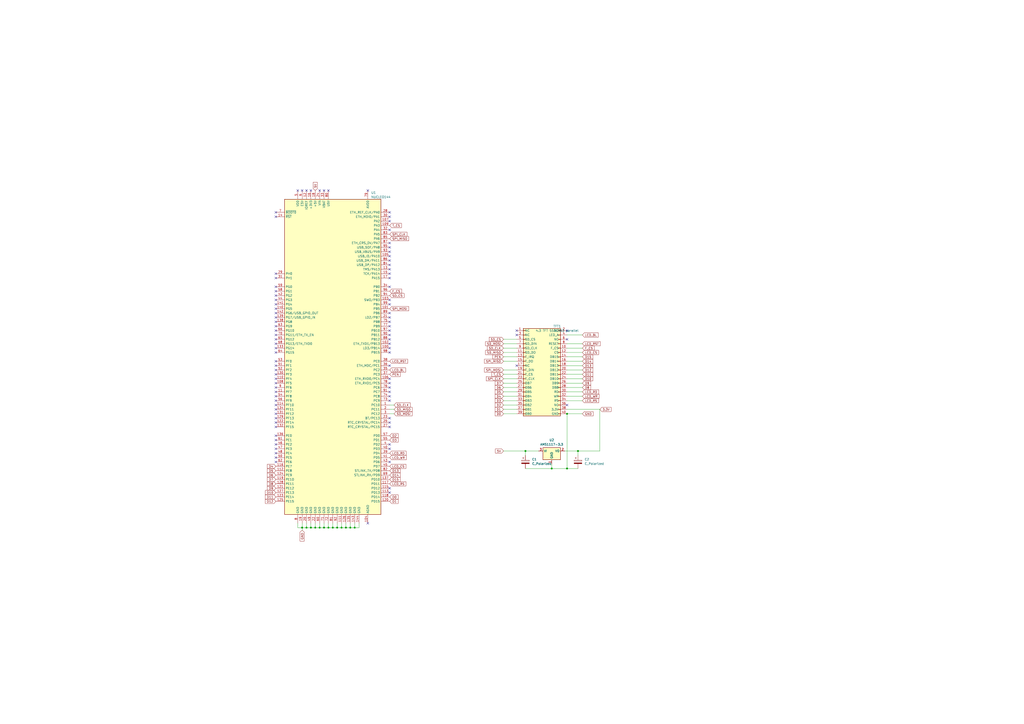
<source format=kicad_sch>
(kicad_sch (version 20230121) (generator eeschema)
  (paper "A2")
  (lib_symbols
    (symbol "Device:C_Polarized" (pin_numbers hide) (pin_names (offset 0.254))
      (property "Reference" "C" (at 0.635 2.54 0))
      (property "Value" "C_Polarized" (at 0.635 -2.54 0))
      (symbol "C_Polarized_0_1"
        (rectangle (start -2.286 0.508) (end 2.286 1.016))
        (polyline (pts (xy -1.778 2.286) (xy -0.762 2.286)))
        (polyline (pts (xy -1.27 2.794) (xy -1.27 1.778)))
        (rectangle (start 2.286 -0.508) (end -2.286 -1.016) (fill (type outline)))
      )
      (symbol "C_Polarized_1_1"
        (pin passive line (at 0 3.81 270) (length 2.794) (name "~") (number "1"))
        (pin passive line (at 0 -3.81 90) (length 2.794) (name "~") (number "2"))
      )
    )
    (symbol "Regulator_Linear:AMS1117-3.3"
      (property "Reference" "U" (at -3.81 3.175 0))
      (property "Value" "AMS1117-3.3" (at 0 3.175 0))
      (symbol "AMS1117-3.3_0_1"
        (rectangle (start -5.08 -5.08) (end 5.08 1.905) (stroke (width 0.254)) (fill (type background)))
      )
      (symbol "AMS1117-3.3_1_1"
        (pin power_in line (at 0 -7.62 90) (length 2.54) (name "GND") (number "1"))
        (pin power_out line (at 7.62 0 180) (length 2.54) (name "VO") (number "2"))
        (pin power_in line (at -7.62 0 0) (length 2.54) (name "VI") (number "3"))
      )
    )
    (symbol "zombie_display:4.3_TFT_SDD1963" (pin_names (offset 1.016))
      (property "Reference" "TFT" (at 0 25.4 0))
      (property "Value" "4.3 TFT SSD1963 parallel" (at 0 -27.94 0))
      (symbol "4.3_TFT_SDD1963_1_1"
        (rectangle (start -10.1854 24.1046) (end 11.43 -26.67) (stroke (width 0.254)) (fill (type background)))
        (rectangle (start -10.16 -25.273) (end -8.89 -25.527) (stroke (width 0.1524)))
        (rectangle (start -10.16 -22.733) (end -8.89 -22.987) (stroke (width 0.1524)))
        (rectangle (start -10.16 -20.193) (end -8.89 -20.447) (stroke (width 0.1524)))
        (rectangle (start -10.16 -17.653) (end -8.89 -17.907) (stroke (width 0.1524)))
        (rectangle (start -10.16 -15.113) (end -8.89 -15.367) (stroke (width 0.1524)))
        (rectangle (start -10.16 -12.573) (end -8.89 -12.827) (stroke (width 0.1524)))
        (rectangle (start -10.16 -10.033) (end -8.89 -10.287) (stroke (width 0.1524)))
        (rectangle (start -10.16 -7.493) (end -8.89 -7.747) (stroke (width 0.1524)))
        (rectangle (start -10.16 -4.953) (end -8.89 -5.207) (stroke (width 0.1524)))
        (rectangle (start -10.16 -2.413) (end -8.89 -2.667) (stroke (width 0.1524)))
        (rectangle (start -10.16 0.127) (end -8.89 -0.127) (stroke (width 0.1524)))
        (rectangle (start -10.16 2.667) (end -8.89 2.413) (stroke (width 0.1524)))
        (rectangle (start -10.16 5.207) (end -8.89 4.953) (stroke (width 0.1524)))
        (rectangle (start -10.16 7.747) (end -8.89 7.493) (stroke (width 0.1524)))
        (rectangle (start -10.16 10.287) (end -8.89 10.033) (stroke (width 0.1524)))
        (rectangle (start -10.16 12.827) (end -8.89 12.573) (stroke (width 0.1524)))
        (rectangle (start -10.16 15.367) (end -8.89 15.113) (stroke (width 0.1524)))
        (rectangle (start -10.16 17.907) (end -8.89 17.653) (stroke (width 0.1524)))
        (rectangle (start -10.16 20.447) (end -8.89 20.193) (stroke (width 0.1524)))
        (rectangle (start -10.16 22.987) (end -8.89 22.733) (stroke (width 0.1524)))
        (rectangle (start 10.033 -20.193) (end 11.303 -20.447) (stroke (width 0.1524)))
        (rectangle (start 10.0838 -17.653) (end 11.3538 -17.907) (stroke (width 0.1524)))
        (rectangle (start 10.0838 -4.953) (end 11.3538 -5.207) (stroke (width 0.1524)))
        (rectangle (start 10.16 -25.273) (end 11.43 -25.527) (stroke (width 0.1524)))
        (rectangle (start 10.16 -22.733) (end 11.43 -22.987) (stroke (width 0.1524)))
        (rectangle (start 11.3538 -15.113) (end 10.0838 -15.367) (stroke (width 0.1524)))
        (rectangle (start 11.3538 -12.573) (end 10.0838 -12.827) (stroke (width 0.1524)))
        (rectangle (start 11.3538 -10.033) (end 10.0838 -10.287) (stroke (width 0.1524)))
        (rectangle (start 11.3538 -7.493) (end 10.0838 -7.747) (stroke (width 0.1524)))
        (rectangle (start 11.3538 -2.413) (end 10.0838 -2.667) (stroke (width 0.1524)))
        (rectangle (start 11.3538 0.127) (end 10.0838 -0.127) (stroke (width 0.1524)))
        (rectangle (start 11.3538 2.667) (end 10.0838 2.413) (stroke (width 0.1524)))
        (rectangle (start 11.3538 5.207) (end 10.0838 4.953) (stroke (width 0.1524)))
        (rectangle (start 11.3538 7.747) (end 10.0838 7.493) (stroke (width 0.1524)))
        (rectangle (start 11.3538 10.287) (end 10.0838 10.033) (stroke (width 0.1524)))
        (rectangle (start 11.3538 12.827) (end 10.0838 12.573) (stroke (width 0.1524)))
        (rectangle (start 11.3538 15.367) (end 10.0838 15.113) (stroke (width 0.1524)))
        (rectangle (start 11.3538 17.907) (end 10.0838 17.653) (stroke (width 0.1524)))
        (rectangle (start 11.3538 20.447) (end 10.0838 20.193) (stroke (width 0.1524)))
        (rectangle (start 11.3538 22.987) (end 10.0838 22.733) (stroke (width 0.1524)))
        (pin passive line (at -13.97 22.86 0) (length 3.81) (name "NC") (number "1"))
        (pin passive line (at 15.24 12.7 180) (length 3.81) (name "F_CS") (number "10"))
        (pin passive line (at -13.97 10.16 0) (length 3.81) (name "SD_DO") (number "11"))
        (pin passive line (at 15.24 10.16 180) (length 3.81) (name "CS") (number "12"))
        (pin passive line (at -13.97 7.62 0) (length 3.81) (name "T_IRQ") (number "13"))
        (pin passive line (at 15.24 7.62 180) (length 3.81) (name "DB15") (number "14"))
        (pin passive line (at -13.97 5.08 0) (length 3.81) (name "T_DO") (number "15"))
        (pin passive line (at 15.24 5.08 180) (length 3.81) (name "DB14") (number "16"))
        (pin passive line (at -13.97 2.54 0) (length 3.81) (name "NC") (number "17"))
        (pin passive line (at 15.24 2.54 180) (length 3.81) (name "DB13") (number "18"))
        (pin passive line (at -13.97 0 0) (length 3.81) (name "T_DIN") (number "19"))
        (pin passive line (at 15.24 22.86 180) (length 3.81) (name "NC") (number "2"))
        (pin passive line (at 15.24 0 180) (length 3.81) (name "DB12") (number "20"))
        (pin passive line (at -13.97 -2.54 0) (length 3.81) (name "T_CS") (number "21"))
        (pin passive line (at 15.24 -2.54 180) (length 3.81) (name "DB11") (number "22"))
        (pin passive line (at -13.97 -5.08 0) (length 3.81) (name "T_CLK") (number "23"))
        (pin passive line (at 15.24 -5.08 180) (length 3.81) (name "DB10") (number "24"))
        (pin passive line (at -13.97 -7.62 0) (length 3.81) (name "DB7") (number "25"))
        (pin passive line (at 15.24 -7.62 180) (length 3.81) (name "DB9") (number "26"))
        (pin passive line (at -13.97 -10.16 0) (length 3.81) (name "DB6") (number "27"))
        (pin passive line (at 15.24 -10.16 180) (length 3.81) (name "DB8") (number "28"))
        (pin passive line (at -13.97 -12.7 0) (length 3.81) (name "DB5") (number "29"))
        (pin passive line (at -13.97 20.32 0) (length 3.81) (name "NC") (number "3"))
        (pin passive line (at 15.24 -12.7 180) (length 3.81) (name "RD") (number "30"))
        (pin passive line (at -13.97 -15.24 0) (length 3.81) (name "DB4") (number "31"))
        (pin passive line (at 15.24 -15.24 180) (length 3.81) (name "WR") (number "32"))
        (pin passive line (at -13.97 -17.78 0) (length 3.81) (name "DB3") (number "33"))
        (pin passive line (at 15.24 -17.78 180) (length 3.81) (name "RS") (number "34"))
        (pin passive line (at -13.97 -20.32 0) (length 3.81) (name "DB2") (number "35"))
        (pin passive line (at 15.24 -20.32 180) (length 3.81) (name "NC") (number "36"))
        (pin passive line (at -13.97 -22.86 0) (length 3.81) (name "DB1") (number "37"))
        (pin passive line (at 15.24 -22.86 180) (length 3.81) (name "3.3V") (number "38"))
        (pin passive line (at -13.97 -25.4 0) (length 3.81) (name "DB0") (number "39"))
        (pin passive line (at 15.24 20.32 180) (length 3.81) (name "LED_A") (number "4"))
        (pin passive line (at 15.24 -25.4 180) (length 3.81) (name "GND") (number "40"))
        (pin passive line (at -13.97 17.78 0) (length 3.81) (name "SD_CS") (number "5"))
        (pin passive line (at 15.24 17.78 180) (length 3.81) (name "NC") (number "6"))
        (pin passive line (at -13.97 15.24 0) (length 3.81) (name "SD_DIN") (number "7"))
        (pin passive line (at 15.24 15.24 180) (length 3.81) (name "RESET") (number "8"))
        (pin passive line (at -13.97 12.7 0) (length 3.81) (name "SD_CLK") (number "9"))
      )
    )
    (symbol "zombie_nucleo:NUCLEO144-Short"
      (property "Reference" "U" (at -22.86 94.615 0))
      (property "Value" "NUCLEO144" (at -22.86 92.71 0))
      (symbol "NUCLEO144-Short_0_1"
        (rectangle (start -27.94 91.44) (end 27.94 -91.44) (stroke (width 0.254)) (fill (type background)))
      )
      (symbol "NUCLEO144-Short_1_1"
        (pin bidirectional line (at 33.02 -27.94 180) (length 5.08) (name "PC10") (number "1"))
        (pin no_connect line (at -27.94 55.88 0) (length 5.08) hide (name "NC") (number "10"))
        (pin bidirectional line (at 33.02 5.08 180) (length 5.08) (name "LD3/PB14") (number "100"))
        (pin bidirectional line (at 33.02 27.94 180) (length 5.08) (name "PB5") (number "101"))
        (pin bidirectional line (at 33.02 7.62 180) (length 5.08) (name "ETH_TXD1/PB13") (number "102"))
        (pin bidirectional line (at 33.02 33.02 180) (length 5.08) (name "SWO/PB3") (number "103"))
        (pin power_in line (at 20.32 -96.52 90) (length 5.08) (name "AGND") (number "104"))
        (pin bidirectional line (at 33.02 58.42 180) (length 5.08) (name "USB_ID/PA10") (number "105"))
        (pin bidirectional line (at 33.02 -12.7 180) (length 5.08) (name "ETH_RXD0/PC4") (number "106"))
        (pin bidirectional line (at 33.02 78.74 180) (length 5.08) (name "PA2") (number "107"))
        (pin bidirectional line (at -33.02 -15.24 0) (length 5.08) (name "PF5") (number "108"))
        (pin bidirectional line (at 33.02 76.2 180) (length 5.08) (name "PA3") (number "109"))
        (pin bidirectional line (at -33.02 -20.32 0) (length 5.08) (name "PF7") (number "11"))
        (pin bidirectional line (at -33.02 -12.7 0) (length 5.08) (name "PF4") (number "110"))
        (pin power_in line (at 5.08 -96.52 90) (length 5.08) (name "GND") (number "111"))
        (pin bidirectional line (at -33.02 -66.04 0) (length 5.08) (name "PE8") (number "112"))
        (pin bidirectional line (at 33.02 -78.74 180) (length 5.08) (name "PD13") (number "113"))
        (pin bidirectional line (at -33.02 -27.94 0) (length 5.08) (name "PF10") (number "114"))
        (pin bidirectional line (at 33.02 -76.2 180) (length 5.08) (name "PD12") (number "115"))
        (pin bidirectional line (at -33.02 -63.5 0) (length 5.08) (name "PE7") (number "116"))
        (pin bidirectional line (at 33.02 -73.66 180) (length 5.08) (name "PD11") (number "117"))
        (pin bidirectional line (at 33.02 -81.28 180) (length 5.08) (name "PD14") (number "118"))
        (pin bidirectional line (at -33.02 -71.12 0) (length 5.08) (name "PE10") (number "119"))
        (pin power_in line (at -15.24 96.52 270) (length 5.08) (name "IOREF") (number "12"))
        (pin bidirectional line (at 33.02 -83.82 180) (length 5.08) (name "PD15") (number "120"))
        (pin bidirectional line (at -33.02 -76.2 0) (length 5.08) (name "PE12") (number "121"))
        (pin bidirectional line (at -33.02 -38.1 0) (length 5.08) (name "PF14") (number "122"))
        (pin bidirectional line (at -33.02 -81.28 0) (length 5.08) (name "PE14") (number "123"))
        (pin bidirectional line (at -33.02 -68.58 0) (length 5.08) (name "PE9") (number "124"))
        (pin bidirectional line (at -33.02 -83.82 0) (length 5.08) (name "PE15") (number "125"))
        (pin power_in line (at 7.62 -96.52 90) (length 5.08) (name "GND") (number "126"))
        (pin bidirectional line (at -33.02 -78.74 0) (length 5.08) (name "PE13") (number "127"))
        (pin bidirectional line (at -33.02 -73.66 0) (length 5.08) (name "PE11") (number "128"))
        (pin bidirectional line (at -33.02 -35.56 0) (length 5.08) (name "PF13") (number "129"))
        (pin bidirectional line (at 33.02 50.8 180) (length 5.08) (name "TMS/PA13") (number "13"))
        (pin bidirectional line (at -33.02 -10.16 0) (length 5.08) (name "PF3") (number "130"))
        (pin bidirectional line (at -33.02 -33.02 0) (length 5.08) (name "PF12") (number "131"))
        (pin bidirectional line (at -33.02 -40.64 0) (length 5.08) (name "PF15") (number "132"))
        (pin bidirectional line (at -33.02 5.08 0) (length 5.08) (name "PG14") (number "133"))
        (pin bidirectional line (at -33.02 -30.48 0) (length 5.08) (name "PF11") (number "134"))
        (pin power_in line (at 10.16 -96.52 90) (length 5.08) (name "GND") (number "135"))
        (pin bidirectional line (at -33.02 -45.72 0) (length 5.08) (name "PE0") (number "136"))
        (pin bidirectional line (at 33.02 -71.12 180) (length 5.08) (name "PD10") (number "137"))
        (pin bidirectional line (at -33.02 20.32 0) (length 5.08) (name "PG8") (number "138"))
        (pin bidirectional line (at -33.02 22.86 0) (length 5.08) (name "PG7/USB_GPIO_IN") (number "139"))
        (pin input line (at -33.02 81.28 0) (length 5.08) (name "~{RST}") (number "14"))
        (pin bidirectional line (at -33.02 27.94 0) (length 5.08) (name "PG5") (number "140"))
        (pin bidirectional line (at -33.02 30.48 0) (length 5.08) (name "PG4") (number "141"))
        (pin bidirectional line (at -33.02 25.4 0) (length 5.08) (name "PG6/USB_GPIO_OUT") (number "142"))
        (pin power_in line (at 12.7 -96.52 90) (length 5.08) (name "GND") (number "143"))
        (pin power_in line (at 15.24 -96.52 90) (length 5.08) (name "GND") (number "144"))
        (pin bidirectional line (at 33.02 48.26 180) (length 5.08) (name "TCK/PA14") (number "15"))
        (pin power_in line (at -12.7 96.52 270) (length 5.08) (name "+3V3") (number "16"))
        (pin bidirectional line (at 33.02 45.72 180) (length 5.08) (name "PA15") (number "17"))
        (pin power_in line (at -10.16 96.52 270) (length 5.08) (name "+5V") (number "18"))
        (pin power_in line (at -17.78 -96.52 90) (length 5.08) (name "GND") (number "19"))
        (pin bidirectional line (at 33.02 -30.48 180) (length 5.08) (name "PC11") (number "2"))
        (pin power_in line (at -15.24 -96.52 90) (length 5.08) (name "GND") (number "20"))
        (pin bidirectional line (at 33.02 22.86 180) (length 5.08) (name "LD2/PB7") (number "21"))
        (pin power_in line (at -10.16 -96.52 90) (length 5.08) (name "GND") (number "22"))
        (pin bidirectional line (at 33.02 -35.56 180) (length 5.08) (name "BT/PC13") (number "23"))
        (pin power_in line (at -7.62 96.52 270) (length 5.08) (name "VIN") (number "24"))
        (pin bidirectional line (at 33.02 -38.1 180) (length 5.08) (name "RTC_CRYSTAL/PC14") (number "25"))
        (pin no_connect line (at -27.94 58.42 0) (length 5.08) hide (name "NC") (number "26"))
        (pin bidirectional line (at 33.02 -40.64 180) (length 5.08) (name "RTC_CRYSTAL/PC15") (number "27"))
        (pin bidirectional line (at 33.02 83.82 180) (length 5.08) (name "ETH_REF_CLK/PA0") (number "28"))
        (pin bidirectional line (at -33.02 48.26 0) (length 5.08) (name "PH0") (number "29"))
        (pin bidirectional line (at 33.02 -33.02 180) (length 5.08) (name "PC12") (number "3"))
        (pin bidirectional line (at 33.02 81.28 180) (length 5.08) (name "ETH_MDIO/PA1") (number "30"))
        (pin bidirectional line (at -33.02 45.72 0) (length 5.08) (name "PH1") (number "31"))
        (pin bidirectional line (at 33.02 73.66 180) (length 5.08) (name "PA4") (number "32"))
        (pin power_in line (at -5.08 96.52 270) (length 5.08) (name "VBAT") (number "33"))
        (pin bidirectional line (at 33.02 40.64 180) (length 5.08) (name "PB0") (number "34"))
        (pin bidirectional line (at 33.02 -7.62 180) (length 5.08) (name "PC2") (number "35"))
        (pin bidirectional line (at 33.02 -5.08 180) (length 5.08) (name "ETH_MDC/PC1") (number "36"))
        (pin bidirectional line (at 33.02 -10.16 180) (length 5.08) (name "PC3") (number "37"))
        (pin bidirectional line (at 33.02 -2.54 180) (length 5.08) (name "PC0") (number "38"))
        (pin bidirectional line (at 33.02 -55.88 180) (length 5.08) (name "PD4") (number "39"))
        (pin bidirectional line (at 33.02 -50.8 180) (length 5.08) (name "PD2") (number "4"))
        (pin bidirectional line (at 33.02 -53.34 180) (length 5.08) (name "PD3") (number "40"))
        (pin bidirectional line (at 33.02 -58.42 180) (length 5.08) (name "PD5") (number "41"))
        (pin bidirectional line (at -33.02 35.56 0) (length 5.08) (name "PG2") (number "42"))
        (pin bidirectional line (at 33.02 -60.96 180) (length 5.08) (name "PD6") (number "43"))
        (pin bidirectional line (at -33.02 33.02 0) (length 5.08) (name "PG3") (number "44"))
        (pin bidirectional line (at 33.02 -63.5 180) (length 5.08) (name "PD7") (number "45"))
        (pin bidirectional line (at -33.02 -50.8 0) (length 5.08) (name "PE2") (number "46"))
        (pin bidirectional line (at -33.02 -53.34 0) (length 5.08) (name "PE3") (number "47"))
        (pin bidirectional line (at -33.02 -55.88 0) (length 5.08) (name "PE4") (number "48"))
        (pin power_in line (at -12.7 -96.52 90) (length 5.08) (name "GND") (number "49"))
        (pin power_in line (at -20.32 96.52 270) (length 5.08) (name "VDD") (number "5"))
        (pin bidirectional line (at -33.02 -58.42 0) (length 5.08) (name "PE5") (number "50"))
        (pin bidirectional line (at -33.02 -5.08 0) (length 5.08) (name "PF1") (number "51"))
        (pin bidirectional line (at -33.02 -7.62 0) (length 5.08) (name "PF2") (number "52"))
        (pin bidirectional line (at -33.02 -2.54 0) (length 5.08) (name "PF0") (number "53"))
        (pin bidirectional line (at -33.02 -22.86 0) (length 5.08) (name "PF8") (number "54"))
        (pin bidirectional line (at 33.02 -48.26 180) (length 5.08) (name "PD1") (number "55"))
        (pin bidirectional line (at -33.02 -25.4 0) (length 5.08) (name "PF9") (number "56"))
        (pin bidirectional line (at 33.02 -45.72 180) (length 5.08) (name "PD0") (number "57"))
        (pin bidirectional line (at -33.02 38.1 0) (length 5.08) (name "PG1") (number "58"))
        (pin bidirectional line (at -33.02 40.64 0) (length 5.08) (name "PG0") (number "59"))
        (pin power_in line (at -17.78 96.52 270) (length 5.08) (name "E5V") (number "6"))
        (pin power_in line (at -7.62 -96.52 90) (length 5.08) (name "GND") (number "60"))
        (pin bidirectional line (at -33.02 -48.26 0) (length 5.08) (name "PE1") (number "61"))
        (pin bidirectional line (at -33.02 -60.96 0) (length 5.08) (name "PE6") (number "62"))
        (pin bidirectional line (at -33.02 17.78 0) (length 5.08) (name "PG9") (number "63"))
        (pin bidirectional line (at -33.02 2.54 0) (length 5.08) (name "PG15") (number "64"))
        (pin bidirectional line (at -33.02 10.16 0) (length 5.08) (name "PG12") (number "65"))
        (pin bidirectional line (at -33.02 15.24 0) (length 5.08) (name "PG10") (number "66"))
        (pin no_connect line (at -27.94 53.34 0) (length 5.08) hide (name "NC") (number "67"))
        (pin bidirectional line (at -33.02 7.62 0) (length 5.08) (name "PG13/ETH_TXD0") (number "68"))
        (pin bidirectional line (at 33.02 -68.58 180) (length 5.08) (name "STLINK_RX/PD9") (number "69"))
        (pin input line (at -33.02 83.82 0) (length 5.08) (name "~{BOOT0}") (number "7"))
        (pin bidirectional line (at -33.02 12.7 0) (length 5.08) (name "PG11/ETH_TX_EN") (number "70"))
        (pin power_in line (at -5.08 -96.52 90) (length 5.08) (name "GND") (number "71"))
        (pin power_in line (at -2.54 -96.52 90) (length 5.08) (name "GND") (number "72"))
        (pin bidirectional line (at 33.02 -25.4 180) (length 5.08) (name "PC9") (number "73"))
        (pin bidirectional line (at 33.02 -22.86 180) (length 5.08) (name "PC8") (number "74"))
        (pin bidirectional line (at 33.02 20.32 180) (length 5.08) (name "PB8") (number "75"))
        (pin bidirectional line (at 33.02 -17.78 180) (length 5.08) (name "PC6") (number "76"))
        (pin bidirectional line (at 33.02 17.78 180) (length 5.08) (name "PB9") (number "77"))
        (pin bidirectional line (at 33.02 -15.24 180) (length 5.08) (name "ETH_RXD1/PC5") (number "78"))
        (pin power_in line (at 20.32 96.52 270) (length 5.08) (name "AVDD") (number "79"))
        (pin power_in line (at -20.32 -96.52 90) (length 5.08) (name "GND") (number "8"))
        (pin power_in line (at -2.54 96.52 270) (length 5.08) (name "U5V") (number "80"))
        (pin power_in line (at 0 -96.52 90) (length 5.08) (name "GND") (number "81"))
        (pin bidirectional line (at 33.02 -66.04 180) (length 5.08) (name "STLINK_TX/PD8") (number "82"))
        (pin bidirectional line (at 33.02 71.12 180) (length 5.08) (name "PA5") (number "83"))
        (pin bidirectional line (at 33.02 53.34 180) (length 5.08) (name "USB_DP/PA12") (number "84"))
        (pin bidirectional line (at 33.02 68.58 180) (length 5.08) (name "PA6") (number "85"))
        (pin bidirectional line (at 33.02 55.88 180) (length 5.08) (name "USB_DM/PA11") (number "86"))
        (pin bidirectional line (at 33.02 66.04 180) (length 5.08) (name "ETH_CRS_DV/PA7") (number "87"))
        (pin bidirectional line (at 33.02 10.16 180) (length 5.08) (name "PB12") (number "88"))
        (pin bidirectional line (at 33.02 25.4 180) (length 5.08) (name "PB6") (number "89"))
        (pin bidirectional line (at -33.02 -17.78 0) (length 5.08) (name "PF6") (number "9"))
        (pin bidirectional line (at 33.02 12.7 180) (length 5.08) (name "PB11") (number "90"))
        (pin bidirectional line (at 33.02 -20.32 180) (length 5.08) (name "PC7") (number "91"))
        (pin power_in line (at 2.54 -96.52 90) (length 5.08) (name "GND") (number "92"))
        (pin bidirectional line (at 33.02 60.96 180) (length 5.08) (name "USB_VBUS/PA9") (number "93"))
        (pin bidirectional line (at 33.02 35.56 180) (length 5.08) (name "PB2") (number "94"))
        (pin bidirectional line (at 33.02 63.5 180) (length 5.08) (name "USB_SOF/PA8") (number "95"))
        (pin bidirectional line (at 33.02 38.1 180) (length 5.08) (name "PB1") (number "96"))
        (pin bidirectional line (at 33.02 15.24 180) (length 5.08) (name "PB10") (number "97"))
        (pin bidirectional line (at 33.02 2.54 180) (length 5.08) (name "PB15") (number "98"))
        (pin bidirectional line (at 33.02 30.48 180) (length 5.08) (name "PB4") (number "99"))
      )
    )
  )
  (junction (at 195.58 306.07))
  (junction (at 190.5 306.07))
  (junction (at 203.2 306.07))
  (junction (at 304.8 261.62))
  (junction (at 193.04 306.07))
  (junction (at 180.34 306.07))
  (junction (at 185.42 306.07))
  (junction (at 175.26 306.07))
  (junction (at 198.12 306.07))
  (junction (at 177.8 306.07))
  (junction (at 187.96 306.07))
  (junction (at 335.28 261.62))
  (junction (at 328.93 240.03))
  (junction (at 320.04 271.78))
  (junction (at 328.93 271.78))
  (junction (at 200.66 306.07))
  (junction (at 205.74 306.07))
  (junction (at 182.88 306.07))
  (no_connect (at 180.34 110.49))
  (no_connect (at 226.06 199.39))
  (no_connect (at 226.06 224.79))
  (no_connect (at 226.06 148.59))
  (no_connect (at 328.93 191.77))
  (no_connect (at 160.02 237.49))
  (no_connect (at 226.06 166.37))
  (no_connect (at 160.02 267.97))
  (no_connect (at 226.06 158.75))
  (no_connect (at 160.02 123.19))
  (no_connect (at 172.72 110.49))
  (no_connect (at 226.06 143.51))
  (no_connect (at 160.02 229.87))
  (no_connect (at 226.06 201.93))
  (no_connect (at 160.02 234.95))
  (no_connect (at 160.02 255.27))
  (no_connect (at 160.02 252.73))
  (no_connect (at 226.06 257.81))
  (no_connect (at 213.36 110.49))
  (no_connect (at 226.06 212.09))
  (no_connect (at 160.02 240.03))
  (no_connect (at 190.5 110.49))
  (no_connect (at 226.06 222.25))
  (no_connect (at 160.02 173.99))
  (no_connect (at 160.02 176.53))
  (no_connect (at 328.93 234.95))
  (no_connect (at 160.02 171.45))
  (no_connect (at 226.06 133.35))
  (no_connect (at 160.02 242.57))
  (no_connect (at 299.72 212.09))
  (no_connect (at 226.06 191.77))
  (no_connect (at 160.02 209.55))
  (no_connect (at 160.02 227.33))
  (no_connect (at 226.06 204.47))
  (no_connect (at 226.06 125.73))
  (no_connect (at 160.02 224.79))
  (no_connect (at 226.06 219.71))
  (no_connect (at 226.06 242.57))
  (no_connect (at 160.02 189.23))
  (no_connect (at 226.06 227.33))
  (no_connect (at 226.06 196.85))
  (no_connect (at 160.02 219.71))
  (no_connect (at 160.02 262.89))
  (no_connect (at 226.06 151.13))
  (no_connect (at 160.02 191.77))
  (no_connect (at 226.06 247.65))
  (no_connect (at 160.02 204.47))
  (no_connect (at 160.02 125.73))
  (no_connect (at 328.93 196.85))
  (no_connect (at 160.02 212.09))
  (no_connect (at 226.06 176.53))
  (no_connect (at 226.06 229.87))
  (no_connect (at 175.26 110.49))
  (no_connect (at 160.02 166.37))
  (no_connect (at 226.06 267.97))
  (no_connect (at 213.36 303.53))
  (no_connect (at 226.06 173.99))
  (no_connect (at 160.02 232.41))
  (no_connect (at 226.06 285.75))
  (no_connect (at 226.06 156.21))
  (no_connect (at 160.02 199.39))
  (no_connect (at 160.02 179.07))
  (no_connect (at 185.42 110.49))
  (no_connect (at 160.02 217.17))
  (no_connect (at 226.06 153.67))
  (no_connect (at 226.06 184.15))
  (no_connect (at 160.02 184.15))
  (no_connect (at 226.06 283.21))
  (no_connect (at 226.06 128.27))
  (no_connect (at 160.02 222.25))
  (no_connect (at 160.02 257.81))
  (no_connect (at 160.02 161.29))
  (no_connect (at 226.06 161.29))
  (no_connect (at 226.06 123.19))
  (no_connect (at 160.02 158.75))
  (no_connect (at 160.02 181.61))
  (no_connect (at 226.06 232.41))
  (no_connect (at 187.96 110.49))
  (no_connect (at 299.72 194.31))
  (no_connect (at 160.02 186.69))
  (no_connect (at 299.72 191.77))
  (no_connect (at 160.02 247.65))
  (no_connect (at 160.02 168.91))
  (no_connect (at 226.06 181.61))
  (no_connect (at 226.06 140.97))
  (no_connect (at 226.06 260.35))
  (no_connect (at 160.02 196.85))
  (no_connect (at 160.02 265.43))
  (no_connect (at 226.06 194.31))
  (no_connect (at 177.8 110.49))
  (no_connect (at 160.02 245.11))
  (no_connect (at 226.06 189.23))
  (no_connect (at 226.06 186.69))
  (no_connect (at 160.02 194.31))
  (no_connect (at 160.02 214.63))
  (no_connect (at 160.02 201.93))
  (no_connect (at 226.06 245.11))
  (no_connect (at 160.02 260.35))
  (no_connect (at 226.06 146.05))
  (wire (pts (xy 328.93 271.78) (xy 335.28 271.78)))
  (wire (pts (xy 292.1 201.93) (xy 299.72 201.93)))
  (wire (pts (xy 292.1 232.41) (xy 299.72 232.41)))
  (wire (pts (xy 226.06 240.03) (xy 228.6 240.03)))
  (wire (pts (xy 200.66 306.07) (xy 203.2 306.07)))
  (wire (pts (xy 328.93 240.03) (xy 328.93 271.78)))
  (wire (pts (xy 200.66 303.53) (xy 200.66 306.07)))
  (wire (pts (xy 175.26 306.07) (xy 175.26 307.594)))
  (wire (pts (xy 177.8 306.07) (xy 175.26 306.07)))
  (wire (pts (xy 328.93 201.93) (xy 337.82 201.93)))
  (wire (pts (xy 328.93 209.55) (xy 337.82 209.55)))
  (wire (pts (xy 182.88 303.53) (xy 182.88 306.07)))
  (wire (pts (xy 292.1 209.55) (xy 299.72 209.55)))
  (wire (pts (xy 226.06 234.95) (xy 228.6 234.95)))
  (wire (pts (xy 292.1 204.47) (xy 299.72 204.47)))
  (wire (pts (xy 182.88 306.07) (xy 185.42 306.07)))
  (wire (pts (xy 292.1 237.49) (xy 299.72 237.49)))
  (wire (pts (xy 320.04 269.24) (xy 320.04 271.78)))
  (wire (pts (xy 328.93 240.03) (xy 337.82 240.03)))
  (wire (pts (xy 328.93 224.79) (xy 337.82 224.79)))
  (wire (pts (xy 292.1 229.87) (xy 299.72 229.87)))
  (wire (pts (xy 292.1 207.01) (xy 299.72 207.01)))
  (wire (pts (xy 292.1 217.17) (xy 299.72 217.17)))
  (wire (pts (xy 180.34 306.07) (xy 182.88 306.07)))
  (wire (pts (xy 292.1 222.25) (xy 299.72 222.25)))
  (wire (pts (xy 175.26 303.53) (xy 175.26 306.07)))
  (wire (pts (xy 198.12 306.07) (xy 200.66 306.07)))
  (wire (pts (xy 328.93 232.41) (xy 337.82 232.41)))
  (wire (pts (xy 292.1 224.79) (xy 299.72 224.79)))
  (wire (pts (xy 328.93 207.01) (xy 337.82 207.01)))
  (wire (pts (xy 335.28 261.62) (xy 347.98 261.62)))
  (wire (pts (xy 328.93 227.33) (xy 337.82 227.33)))
  (wire (pts (xy 198.12 303.53) (xy 198.12 306.07)))
  (wire (pts (xy 328.93 222.25) (xy 337.82 222.25)))
  (wire (pts (xy 328.93 217.17) (xy 337.82 217.17)))
  (wire (pts (xy 292.1 227.33) (xy 299.72 227.33)))
  (wire (pts (xy 328.93 219.71) (xy 337.82 219.71)))
  (wire (pts (xy 292.1 214.63) (xy 299.72 214.63)))
  (wire (pts (xy 320.04 271.78) (xy 328.93 271.78)))
  (wire (pts (xy 185.42 303.53) (xy 185.42 306.07)))
  (wire (pts (xy 304.8 261.62) (xy 312.42 261.62)))
  (wire (pts (xy 193.04 306.07) (xy 195.58 306.07)))
  (wire (pts (xy 328.93 212.09) (xy 337.82 212.09)))
  (wire (pts (xy 208.28 303.53) (xy 208.28 306.07)))
  (wire (pts (xy 304.8 271.78) (xy 320.04 271.78)))
  (wire (pts (xy 195.58 303.53) (xy 195.58 306.07)))
  (wire (pts (xy 190.5 303.53) (xy 190.5 306.07)))
  (wire (pts (xy 328.93 237.49) (xy 347.98 237.49)))
  (wire (pts (xy 292.1 199.39) (xy 299.72 199.39)))
  (wire (pts (xy 190.5 306.07) (xy 187.96 306.07)))
  (wire (pts (xy 328.93 214.63) (xy 337.82 214.63)))
  (wire (pts (xy 335.28 261.62) (xy 335.28 264.16)))
  (wire (pts (xy 193.04 306.07) (xy 190.5 306.07)))
  (wire (pts (xy 292.1 234.95) (xy 299.72 234.95)))
  (wire (pts (xy 177.8 306.07) (xy 180.34 306.07)))
  (wire (pts (xy 193.04 303.53) (xy 193.04 306.07)))
  (wire (pts (xy 205.74 306.07) (xy 203.2 306.07)))
  (wire (pts (xy 187.96 303.53) (xy 187.96 306.07)))
  (wire (pts (xy 328.93 204.47) (xy 337.82 204.47)))
  (wire (pts (xy 292.1 219.71) (xy 299.72 219.71)))
  (wire (pts (xy 185.42 306.07) (xy 187.96 306.07)))
  (wire (pts (xy 328.93 229.87) (xy 337.82 229.87)))
  (wire (pts (xy 292.1 261.62) (xy 304.8 261.62)))
  (wire (pts (xy 226.06 237.49) (xy 228.6 237.49)))
  (wire (pts (xy 304.8 261.62) (xy 304.8 264.16)))
  (wire (pts (xy 292.1 196.85) (xy 299.72 196.85)))
  (wire (pts (xy 203.2 303.53) (xy 203.2 306.07)))
  (wire (pts (xy 208.28 306.07) (xy 205.74 306.07)))
  (wire (pts (xy 172.72 306.07) (xy 175.26 306.07)))
  (wire (pts (xy 195.58 306.07) (xy 198.12 306.07)))
  (wire (pts (xy 180.34 303.53) (xy 180.34 306.07)))
  (wire (pts (xy 292.1 240.03) (xy 299.72 240.03)))
  (wire (pts (xy 327.66 261.62) (xy 335.28 261.62)))
  (wire (pts (xy 328.93 199.39) (xy 337.82 199.39)))
  (wire (pts (xy 205.74 303.53) (xy 205.74 306.07)))
  (wire (pts (xy 347.98 261.62) (xy 347.98 237.49)))
  (wire (pts (xy 177.8 303.53) (xy 177.8 306.07)))
  (wire (pts (xy 172.72 303.53) (xy 172.72 306.07)))
  (wire (pts (xy 328.93 194.31) (xy 337.82 194.31)))
  (global_label "GND" (shape input) (at 337.82 240.03 0) (property "Intersheetrefs" "${INTERSHEET_REFS}" (effects hide)))
  (global_label "LCD_WR" (shape input) (at 226.06 265.43 0) (property "Intersheetrefs" "${INTERSHEET_REFS}" (effects hide)))
  (global_label "SPI_MOSI" (shape input) (at 226.06 179.07 0) (property "Intersheetrefs" "${INTERSHEET_REFS}" (effects hide)))
  (global_label "D14" (shape input) (at 337.82 209.55 0) (property "Intersheetrefs" "${INTERSHEET_REFS}" (effects hide)))
  (global_label "SD_MISO" (shape input) (at 292.1 204.47 180) (property "Intersheetrefs" "${INTERSHEET_REFS}" (effects hide)))
  (global_label "D8" (shape input) (at 337.82 224.79 0) (property "Intersheetrefs" "${INTERSHEET_REFS}" (effects hide)))
  (global_label "D14" (shape input) (at 226.06 275.59 0) (property "Intersheetrefs" "${INTERSHEET_REFS}" (effects hide)))
  (global_label "D9" (shape input) (at 160.02 283.21 180) (property "Intersheetrefs" "${INTERSHEET_REFS}" (effects hide)))
  (global_label "GND" (shape input) (at 175.26 307.594 270) (property "Intersheetrefs" "${INTERSHEET_REFS}" (effects hide)))
  (global_label "PEN" (shape input) (at 226.06 217.17 0) (property "Intersheetrefs" "${INTERSHEET_REFS}" (effects hide)))
  (global_label "D6" (shape input) (at 160.02 275.59 180) (property "Intersheetrefs" "${INTERSHEET_REFS}" (effects hide)))
  (global_label "D13" (shape input) (at 337.82 212.09 0) (property "Intersheetrefs" "${INTERSHEET_REFS}" (effects hide)))
  (global_label "SPI_MISO" (shape input) (at 292.1 209.55 180) (property "Intersheetrefs" "${INTERSHEET_REFS}" (effects hide)))
  (global_label "D11" (shape input) (at 160.02 288.29 180) (property "Intersheetrefs" "${INTERSHEET_REFS}" (effects hide)))
  (global_label "D13" (shape input) (at 226.06 273.05 0) (property "Intersheetrefs" "${INTERSHEET_REFS}" (effects hide)))
  (global_label "SD_CLK" (shape input) (at 292.1 201.93 180) (property "Intersheetrefs" "${INTERSHEET_REFS}" (effects hide)))
  (global_label "LCD_RD" (shape input) (at 337.82 227.33 0) (property "Intersheetrefs" "${INTERSHEET_REFS}" (effects hide)))
  (global_label "D4" (shape input) (at 292.1 229.87 180) (property "Intersheetrefs" "${INTERSHEET_REFS}" (effects hide)))
  (global_label "SD_MISO" (shape input) (at 228.6 237.49 0) (property "Intersheetrefs" "${INTERSHEET_REFS}" (effects hide)))
  (global_label "SPI_MISO" (shape input) (at 226.06 138.43 0) (property "Intersheetrefs" "${INTERSHEET_REFS}" (effects hide)))
  (global_label "F_CS" (shape input) (at 337.82 201.93 0) (property "Intersheetrefs" "${INTERSHEET_REFS}" (effects hide)))
  (global_label "D2" (shape input) (at 292.1 234.95 180) (property "Intersheetrefs" "${INTERSHEET_REFS}" (effects hide)))
  (global_label "SD_MOSI" (shape input) (at 292.1 199.39 180) (property "Intersheetrefs" "${INTERSHEET_REFS}" (effects hide)))
  (global_label "D7" (shape input) (at 292.1 222.25 180) (property "Intersheetrefs" "${INTERSHEET_REFS}" (effects hide)))
  (global_label "D2" (shape input) (at 226.06 252.73 0) (property "Intersheetrefs" "${INTERSHEET_REFS}" (effects hide)))
  (global_label "LCD_RS" (shape input) (at 226.06 280.67 0) (property "Intersheetrefs" "${INTERSHEET_REFS}" (effects hide)))
  (global_label "D10" (shape input) (at 160.02 285.75 180) (property "Intersheetrefs" "${INTERSHEET_REFS}" (effects hide)))
  (global_label "SD_MOSI" (shape input) (at 228.6 240.03 0) (property "Intersheetrefs" "${INTERSHEET_REFS}" (effects hide)))
  (global_label "D15" (shape input) (at 337.82 207.01 0) (property "Intersheetrefs" "${INTERSHEET_REFS}" (effects hide)))
  (global_label "SD_CLK" (shape input) (at 228.6 234.95 0) (property "Intersheetrefs" "${INTERSHEET_REFS}" (effects hide)))
  (global_label "D1" (shape input) (at 292.1 237.49 180) (property "Intersheetrefs" "${INTERSHEET_REFS}" (effects hide)))
  (global_label "D4" (shape input) (at 160.02 270.51 180) (property "Intersheetrefs" "${INTERSHEET_REFS}" (effects hide)))
  (global_label "LCD_WR" (shape input) (at 337.82 229.87 0) (property "Intersheetrefs" "${INTERSHEET_REFS}" (effects hide)))
  (global_label "F_CS" (shape input) (at 226.06 168.91 0) (property "Intersheetrefs" "${INTERSHEET_REFS}" (effects hide)))
  (global_label "PEN" (shape input) (at 292.1 207.01 180) (property "Intersheetrefs" "${INTERSHEET_REFS}" (effects hide)))
  (global_label "SPI_CLK" (shape input) (at 226.06 135.89 0) (property "Intersheetrefs" "${INTERSHEET_REFS}" (effects hide)))
  (global_label "LCD_CS" (shape input) (at 226.06 270.51 0) (property "Intersheetrefs" "${INTERSHEET_REFS}" (effects hide)))
  (global_label "D9" (shape input) (at 337.82 222.25 0) (property "Intersheetrefs" "${INTERSHEET_REFS}" (effects hide)))
  (global_label "LCD_RST" (shape input) (at 226.06 209.55 0) (property "Intersheetrefs" "${INTERSHEET_REFS}" (effects hide)))
  (global_label "LCD_CS" (shape input) (at 337.82 204.47 0) (property "Intersheetrefs" "${INTERSHEET_REFS}" (effects hide)))
  (global_label "T_CS" (shape input) (at 226.06 130.81 0) (property "Intersheetrefs" "${INTERSHEET_REFS}" (effects hide)))
  (global_label "SD_CS" (shape input) (at 292.1 196.85 180) (property "Intersheetrefs" "${INTERSHEET_REFS}" (effects hide)))
  (global_label "SPI_MOSI" (shape input) (at 292.1 214.63 180) (property "Intersheetrefs" "${INTERSHEET_REFS}" (effects hide)))
  (global_label "D8" (shape input) (at 160.02 280.67 180) (property "Intersheetrefs" "${INTERSHEET_REFS}" (effects hide)))
  (global_label "LCD_RST" (shape input) (at 337.82 199.39 0) (property "Intersheetrefs" "${INTERSHEET_REFS}" (effects hide)))
  (global_label "LCD_RS" (shape input) (at 337.82 232.41 0) (property "Intersheetrefs" "${INTERSHEET_REFS}" (effects hide)))
  (global_label "T_CS" (shape input) (at 292.1 217.17 180) (property "Intersheetrefs" "${INTERSHEET_REFS}" (effects hide)))
  (global_label "3.3V" (shape input) (at 347.98 237.49 0) (property "Intersheetrefs" "${INTERSHEET_REFS}" (effects hide)))
  (global_label "SD_CS" (shape input) (at 226.06 171.45 0) (property "Intersheetrefs" "${INTERSHEET_REFS}" (effects hide)))
  (global_label "D0" (shape input) (at 292.1 240.03 180) (property "Intersheetrefs" "${INTERSHEET_REFS}" (effects hide)))
  (global_label "5V" (shape input) (at 292.1 261.62 180) (property "Intersheetrefs" "${INTERSHEET_REFS}" (effects hide)))
  (global_label "D0" (shape input) (at 226.06 288.29 0) (property "Intersheetrefs" "${INTERSHEET_REFS}" (effects hide)))
  (global_label "D1" (shape input) (at 226.06 290.83 0) (property "Intersheetrefs" "${INTERSHEET_REFS}" (effects hide)))
  (global_label "SPI_CLK" (shape input) (at 292.1 219.71 180) (property "Intersheetrefs" "${INTERSHEET_REFS}" (effects hide)))
  (global_label "D15" (shape input) (at 226.06 278.13 0) (property "Intersheetrefs" "${INTERSHEET_REFS}" (effects hide)))
  (global_label "D3" (shape input) (at 226.06 255.27 0) (property "Intersheetrefs" "${INTERSHEET_REFS}" (effects hide)))
  (global_label "D12" (shape input) (at 160.02 290.83 180) (property "Intersheetrefs" "${INTERSHEET_REFS}" (effects hide)))
  (global_label "D6" (shape input) (at 292.1 224.79 180) (property "Intersheetrefs" "${INTERSHEET_REFS}" (effects hide)))
  (global_label "D12" (shape input) (at 337.82 214.63 0) (property "Intersheetrefs" "${INTERSHEET_REFS}" (effects hide)))
  (global_label "5V" (shape input) (at 182.88 110.49 90) (property "Intersheetrefs" "${INTERSHEET_REFS}" (effects hide)))
  (global_label "LCD_BL" (shape input) (at 337.82 194.31 0) (property "Intersheetrefs" "${INTERSHEET_REFS}" (effects hide)))
  (global_label "D7" (shape input) (at 160.02 278.13 180) (property "Intersheetrefs" "${INTERSHEET_REFS}" (effects hide)))
  (global_label "D5" (shape input) (at 292.1 227.33 180) (property "Intersheetrefs" "${INTERSHEET_REFS}" (effects hide)))
  (global_label "D11" (shape input) (at 337.82 217.17 0) (property "Intersheetrefs" "${INTERSHEET_REFS}" (effects hide)))
  (global_label "D5" (shape input) (at 160.02 273.05 180) (property "Intersheetrefs" "${INTERSHEET_REFS}" (effects hide)))
  (global_label "LCD_BL" (shape input) (at 226.06 214.63 0) (property "Intersheetrefs" "${INTERSHEET_REFS}" (effects hide)))
  (global_label "D3" (shape input) (at 292.1 232.41 180) (property "Intersheetrefs" "${INTERSHEET_REFS}" (effects hide)))
  (global_label "LCD_RD" (shape input) (at 226.06 262.89 0) (property "Intersheetrefs" "${INTERSHEET_REFS}" (effects hide)))
  (global_label "D10" (shape input) (at 337.82 219.71 0) (property "Intersheetrefs" "${INTERSHEET_REFS}" (effects hide)))
  (symbol (lib_id "zombie_display:4.3_TFT_SDD1963") (at 313.69 214.63 0) (unit 1)
    (property "Reference" "TFT1" (at 323.2023 189.23 0))
    (property "Value" "4.3 TFT SSD1963 parallel" (at 323.2023 191.77 0))
    (property "Footprint" "zombie_display:4.3_TFT_SSD1963" (effects hide))
  )
  (symbol (lib_id "Regulator_Linear:AMS1117-3.3") (at 320.04 261.62 0) (unit 1)
    (property "Reference" "U2" (at 320.04 255.27 0))
    (property "Value" "AMS1117-3.3" (at 320.04 257.81 0))
    (property "Footprint" "Package_TO_SOT_SMD:SOT-223-3_TabPin2" (effects hide))
    (property "Datasheet" "http://www.advanced-monolithic.com/pdf/ds1117.pdf" (effects hide))
  )
  (symbol (lib_id "Device:C_Polarized") (at 335.28 267.97 0) (unit 1)
    (property "Reference" "C2" (at 339.09 266.446 0) (effects (justify left)))
    (property "Value" "C_Polarized" (at 339.09 268.986 0) (effects (justify left)))
    (property "Footprint" "Capacitor_Tantalum_SMD:CP_EIA-3528-12_Kemet-T" (effects hide))
  )
  (symbol (lib_id "zombie_nucleo:NUCLEO144-Short") (at 193.04 207.01 0) (unit 1)
    (property "Reference" "U1" (at 215.3159 111.76 0) (effects (justify left)))
    (property "Value" "NUCLEO144" (at 215.3159 114.3 0) (effects (justify left)))
    (property "Footprint" "zombie_nucleo:ST_Morpho_Connector_144_Short" (effects hide))
  )
  (symbol (lib_id "Device:C_Polarized") (at 304.8 267.97 0) (unit 1)
    (property "Reference" "C1" (at 308.61 266.446 0) (effects (justify left)))
    (property "Value" "C_Polarized" (at 308.61 268.986 0) (effects (justify left)))
    (property "Footprint" "Capacitor_Tantalum_SMD:CP_EIA-3528-12_Kemet-T" (effects hide))
  )
)
</source>
